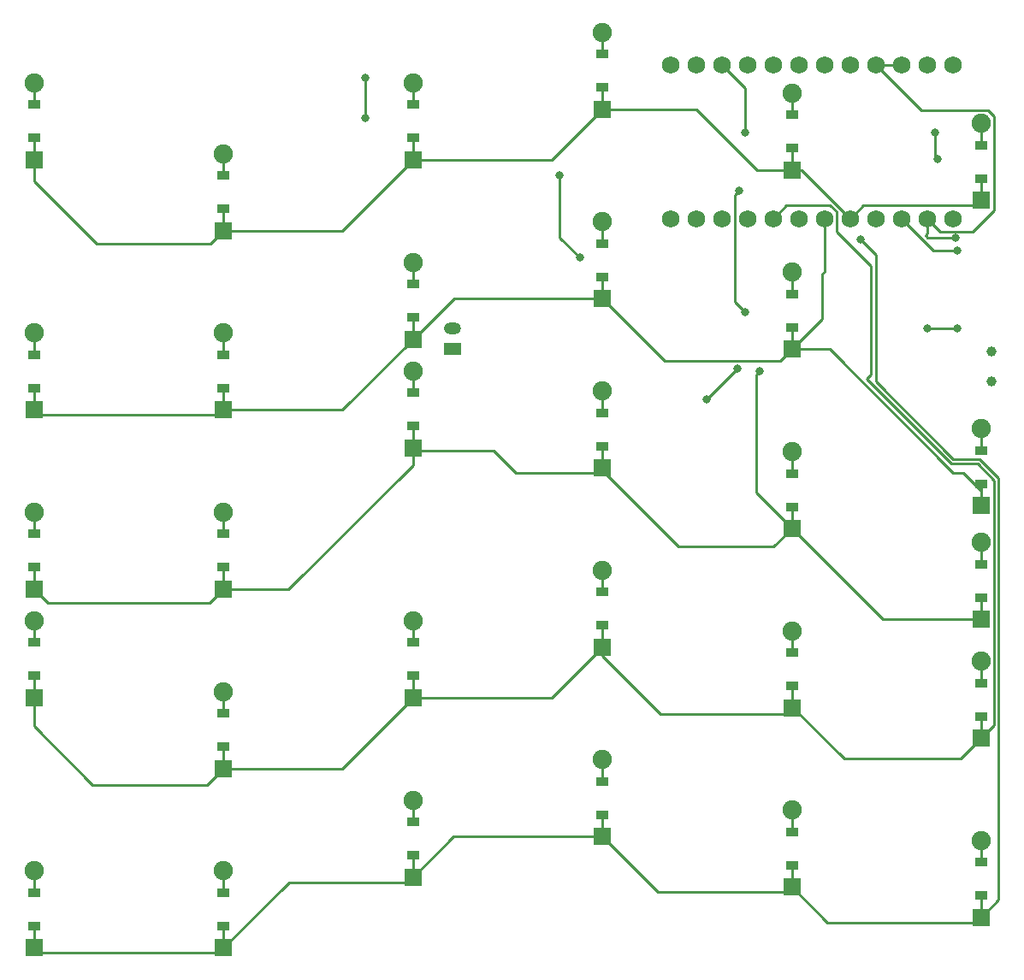
<source format=gbr>
%TF.GenerationSoftware,KiCad,Pcbnew,8.0.7*%
%TF.CreationDate,2025-01-07T16:57:54+01:00*%
%TF.ProjectId,left_finished,6c656674-5f66-4696-9e69-736865642e6b,v1.0.0*%
%TF.SameCoordinates,Original*%
%TF.FileFunction,Copper,L1,Top*%
%TF.FilePolarity,Positive*%
%FSLAX46Y46*%
G04 Gerber Fmt 4.6, Leading zero omitted, Abs format (unit mm)*
G04 Created by KiCad (PCBNEW 8.0.7) date 2025-01-07 16:57:54*
%MOMM*%
%LPD*%
G01*
G04 APERTURE LIST*
%TA.AperFunction,WasherPad*%
%ADD10C,1.000000*%
%TD*%
%TA.AperFunction,ComponentPad*%
%ADD11R,1.778000X1.778000*%
%TD*%
%TA.AperFunction,SMDPad,CuDef*%
%ADD12R,1.200000X0.900000*%
%TD*%
%TA.AperFunction,ComponentPad*%
%ADD13C,1.905000*%
%TD*%
%TA.AperFunction,ComponentPad*%
%ADD14R,1.700000X1.200000*%
%TD*%
%TA.AperFunction,ComponentPad*%
%ADD15O,1.700000X1.200000*%
%TD*%
%TA.AperFunction,ComponentPad*%
%ADD16C,1.752600*%
%TD*%
%TA.AperFunction,ViaPad*%
%ADD17C,0.800000*%
%TD*%
%TA.AperFunction,Conductor*%
%ADD18C,0.250000*%
%TD*%
G04 APERTURE END LIST*
D10*
%TO.P,T1,*%
%TO.N,*%
X202550000Y-98250000D03*
X202550000Y-101250000D03*
%TD*%
D11*
%TO.P,D19,1*%
%TO.N,P029*%
X182800000Y-98060000D03*
D12*
X182800000Y-95900000D03*
%TO.P,D19,2*%
%TO.N,fifth_top*%
X182800000Y-92600000D03*
D13*
X182800000Y-90440000D03*
%TD*%
D11*
%TO.P,D23,1*%
%TO.N,P031*%
X201550000Y-83310000D03*
D12*
X201550000Y-81150000D03*
%TO.P,D23,2*%
%TO.N,sixth_num*%
X201550000Y-77850000D03*
D13*
X201550000Y-75690000D03*
%TD*%
D11*
%TO.P,D20,1*%
%TO.N,P031*%
X182800000Y-80310000D03*
D12*
X182800000Y-78150000D03*
%TO.P,D20,2*%
%TO.N,fifth_num*%
X182800000Y-74850000D03*
D13*
X182800000Y-72690000D03*
%TD*%
D11*
%TO.P,D29,1*%
%TO.N,P113*%
X164050000Y-146310000D03*
D12*
X164050000Y-144150000D03*
%TO.P,D29,2*%
%TO.N,fourth_mod*%
X164050000Y-140850000D03*
D13*
X164050000Y-138690000D03*
%TD*%
D11*
%TO.P,D12,1*%
%TO.N,P031*%
X145300000Y-79310000D03*
D12*
X145300000Y-77150000D03*
%TO.P,D12,2*%
%TO.N,third_num*%
X145300000Y-73850000D03*
D13*
X145300000Y-71690000D03*
%TD*%
D11*
%TO.P,D25,1*%
%TO.N,P002*%
X201550000Y-124810000D03*
D12*
X201550000Y-122650000D03*
%TO.P,D25,2*%
%TO.N,sixth_home*%
X201550000Y-119350000D03*
D13*
X201550000Y-117190000D03*
%TD*%
D11*
%TO.P,D17,1*%
%TO.N,P115*%
X182800000Y-133560000D03*
D12*
X182800000Y-131400000D03*
%TO.P,D17,2*%
%TO.N,fifth_bottom*%
X182800000Y-128100000D03*
D13*
X182800000Y-125940000D03*
%TD*%
D11*
%TO.P,D24,1*%
%TO.N,P029*%
X201550000Y-113560000D03*
D12*
X201550000Y-111400000D03*
%TO.P,D24,2*%
%TO.N,sixth_top*%
X201550000Y-108100000D03*
D13*
X201550000Y-105940000D03*
%TD*%
D11*
%TO.P,D27,1*%
%TO.N,P031*%
X107800000Y-79310000D03*
D12*
X107800000Y-77150000D03*
%TO.P,D27,2*%
%TO.N,first_num*%
X107800000Y-73850000D03*
D13*
X107800000Y-71690000D03*
%TD*%
D11*
%TO.P,D9,1*%
%TO.N,P113*%
X145300000Y-150310000D03*
D12*
X145300000Y-148150000D03*
%TO.P,D9,2*%
%TO.N,third_mod*%
X145300000Y-144850000D03*
D13*
X145300000Y-142690000D03*
%TD*%
D11*
%TO.P,D13,1*%
%TO.N,P115*%
X164050000Y-127560000D03*
D12*
X164050000Y-125400000D03*
%TO.P,D13,2*%
%TO.N,fourth_bottom*%
X164050000Y-122100000D03*
D13*
X164050000Y-119940000D03*
%TD*%
D11*
%TO.P,D14,1*%
%TO.N,P002*%
X164050000Y-109810000D03*
D12*
X164050000Y-107650000D03*
%TO.P,D14,2*%
%TO.N,fourth_home*%
X164050000Y-104350000D03*
D13*
X164050000Y-102190000D03*
%TD*%
D11*
%TO.P,D18,1*%
%TO.N,P002*%
X182800000Y-115810000D03*
D12*
X182800000Y-113650000D03*
%TO.P,D18,2*%
%TO.N,fifth_home*%
X182800000Y-110350000D03*
D13*
X182800000Y-108190000D03*
%TD*%
D11*
%TO.P,D6,1*%
%TO.N,P002*%
X126550000Y-121810000D03*
D12*
X126550000Y-119650000D03*
%TO.P,D6,2*%
%TO.N,second_home*%
X126550000Y-116350000D03*
D13*
X126550000Y-114190000D03*
%TD*%
D11*
%TO.P,D2,1*%
%TO.N,P002*%
X107800000Y-121810000D03*
D12*
X107800000Y-119650000D03*
%TO.P,D2,2*%
%TO.N,first_home*%
X107800000Y-116350000D03*
D13*
X107800000Y-114190000D03*
%TD*%
D11*
%TO.P,D8,1*%
%TO.N,P031*%
X126550000Y-86310000D03*
D12*
X126550000Y-84150000D03*
%TO.P,D8,2*%
%TO.N,second_num*%
X126550000Y-80850000D03*
D13*
X126550000Y-78690000D03*
%TD*%
D11*
%TO.P,D21,1*%
%TO.N,P113*%
X201550000Y-154310000D03*
D12*
X201550000Y-152150000D03*
%TO.P,D21,2*%
%TO.N,sixth_mod*%
X201550000Y-148850000D03*
D13*
X201550000Y-146690000D03*
%TD*%
D11*
%TO.P,D3,1*%
%TO.N,P029*%
X107800000Y-104060000D03*
D12*
X107800000Y-101900000D03*
%TO.P,D3,2*%
%TO.N,first_top*%
X107800000Y-98600000D03*
D13*
X107800000Y-96440000D03*
%TD*%
D11*
%TO.P,D30,1*%
%TO.N,P029*%
X164050000Y-93060000D03*
D12*
X164050000Y-90900000D03*
%TO.P,D30,2*%
%TO.N,fourth_top*%
X164050000Y-87600000D03*
D13*
X164050000Y-85440000D03*
%TD*%
D11*
%TO.P,D10,1*%
%TO.N,P115*%
X145300000Y-132560000D03*
D12*
X145300000Y-130400000D03*
%TO.P,D10,2*%
%TO.N,third_bottom*%
X145300000Y-127100000D03*
D13*
X145300000Y-124940000D03*
%TD*%
D11*
%TO.P,D28,1*%
%TO.N,P002*%
X145300000Y-107810000D03*
D12*
X145300000Y-105650000D03*
%TO.P,D28,2*%
%TO.N,third_home*%
X145300000Y-102350000D03*
D13*
X145300000Y-100190000D03*
%TD*%
D11*
%TO.P,D5,1*%
%TO.N,P115*%
X126550000Y-139560000D03*
D12*
X126550000Y-137400000D03*
%TO.P,D5,2*%
%TO.N,second_bottom*%
X126550000Y-134100000D03*
D13*
X126550000Y-131940000D03*
%TD*%
D11*
%TO.P,D16,1*%
%TO.N,P113*%
X182800000Y-151310000D03*
D12*
X182800000Y-149150000D03*
%TO.P,D16,2*%
%TO.N,fifth_mod*%
X182800000Y-145850000D03*
D13*
X182800000Y-143690000D03*
%TD*%
D14*
%TO.P,JST1,1*%
%TO.N,pos*%
X149250000Y-98000000D03*
D15*
%TO.P,JST1,2*%
%TO.N,GND*%
X149250000Y-96000000D03*
%TD*%
D11*
%TO.P,D7,1*%
%TO.N,P029*%
X126550000Y-104060000D03*
D12*
X126550000Y-101900000D03*
%TO.P,D7,2*%
%TO.N,second_top*%
X126550000Y-98600000D03*
D13*
X126550000Y-96440000D03*
%TD*%
D11*
%TO.P,D11,1*%
%TO.N,P029*%
X145300000Y-97060000D03*
D12*
X145300000Y-94900000D03*
%TO.P,D11,2*%
%TO.N,third_top*%
X145300000Y-91600000D03*
D13*
X145300000Y-89440000D03*
%TD*%
D16*
%TO.P,MCU1,1*%
%TO.N,P006*%
X198720000Y-69880000D03*
%TO.P,MCU1,2*%
%TO.N,P008*%
X196180000Y-69880000D03*
%TO.P,MCU1,3*%
%TO.N,GND*%
X193640000Y-69880000D03*
%TO.P,MCU1,4*%
X191100000Y-69880000D03*
%TO.P,MCU1,5*%
%TO.N,P017*%
X188560000Y-69880000D03*
%TO.P,MCU1,6*%
%TO.N,P020*%
X186020000Y-69880000D03*
%TO.P,MCU1,7*%
%TO.N,P022*%
X183480000Y-69880000D03*
%TO.P,MCU1,8*%
%TO.N,P024*%
X180940000Y-69880000D03*
%TO.P,MCU1,9*%
%TO.N,P100*%
X178400000Y-69880000D03*
%TO.P,MCU1,10*%
%TO.N,P011*%
X175860000Y-69880000D03*
%TO.P,MCU1,11*%
%TO.N,P104*%
X173320000Y-69880000D03*
%TO.P,MCU1,12*%
%TO.N,P106*%
X170780000Y-69880000D03*
%TO.P,MCU1,13*%
%TO.N,P009*%
X170780000Y-85120000D03*
%TO.P,MCU1,14*%
%TO.N,P010*%
X173320000Y-85120000D03*
%TO.P,MCU1,15*%
%TO.N,P111*%
X175860000Y-85120000D03*
%TO.P,MCU1,16*%
%TO.N,P113*%
X178400000Y-85120000D03*
%TO.P,MCU1,17*%
%TO.N,P115*%
X180940000Y-85120000D03*
%TO.P,MCU1,18*%
%TO.N,P002*%
X183480000Y-85120000D03*
%TO.P,MCU1,19*%
%TO.N,P029*%
X186020000Y-85120000D03*
%TO.P,MCU1,20*%
%TO.N,P031*%
X188560000Y-85120000D03*
%TO.P,MCU1,21*%
%TO.N,VCC*%
X191100000Y-85120000D03*
%TO.P,MCU1,22*%
%TO.N,RST*%
X193640000Y-85120000D03*
%TO.P,MCU1,23*%
%TO.N,GND*%
X196180000Y-85120000D03*
%TO.P,MCU1,24*%
%TO.N,RAW*%
X198720000Y-85120000D03*
%TD*%
D11*
%TO.P,D26,1*%
%TO.N,P115*%
X107800000Y-132560000D03*
D12*
X107800000Y-130400000D03*
%TO.P,D26,2*%
%TO.N,first_bottom*%
X107800000Y-127100000D03*
D13*
X107800000Y-124940000D03*
%TD*%
D11*
%TO.P,D4,1*%
%TO.N,P113*%
X126550000Y-157310000D03*
D12*
X126550000Y-155150000D03*
%TO.P,D4,2*%
%TO.N,second_mod*%
X126550000Y-151850000D03*
D13*
X126550000Y-149690000D03*
%TD*%
D11*
%TO.P,D15,1*%
%TO.N,P031*%
X164050000Y-74310000D03*
D12*
X164050000Y-72150000D03*
%TO.P,D15,2*%
%TO.N,fourth_num*%
X164050000Y-68850000D03*
D13*
X164050000Y-66690000D03*
%TD*%
D11*
%TO.P,D1,1*%
%TO.N,P113*%
X107800000Y-157310000D03*
D12*
X107800000Y-155150000D03*
%TO.P,D1,2*%
%TO.N,first_mod*%
X107800000Y-151850000D03*
D13*
X107800000Y-149690000D03*
%TD*%
D11*
%TO.P,D22,1*%
%TO.N,P115*%
X201550000Y-136560000D03*
D12*
X201550000Y-134400000D03*
%TO.P,D22,2*%
%TO.N,sixth_bottom*%
X201550000Y-131100000D03*
D13*
X201550000Y-128940000D03*
%TD*%
D17*
%TO.N,P024*%
X140600000Y-75200000D03*
X140600000Y-71200000D03*
%TO.N,P100*%
X159800000Y-80800000D03*
X161800000Y-89000000D03*
%TO.N,P011*%
X177400000Y-100000000D03*
X178200000Y-94400000D03*
X178200000Y-76600000D03*
X177600000Y-82400000D03*
X174400000Y-103000000D03*
%TO.N,P017*%
X197200000Y-79200000D03*
X197000000Y-76600000D03*
%TO.N,P113*%
X189600000Y-87200000D03*
%TO.N,P002*%
X179600000Y-100200000D03*
%TO.N,GND*%
X199000000Y-87000000D03*
%TO.N,RST*%
X199200000Y-88325000D03*
%TO.N,pos*%
X196200000Y-96000000D03*
X199200000Y-96000000D03*
%TD*%
D18*
%TO.N,first_mod*%
X107800000Y-149690000D02*
X107800000Y-151850000D01*
%TO.N,first_bottom*%
X107800000Y-124940000D02*
X107800000Y-127100000D01*
%TO.N,first_home*%
X107800000Y-114190000D02*
X107800000Y-116350000D01*
%TO.N,first_top*%
X107800000Y-96440000D02*
X107800000Y-98600000D01*
%TO.N,first_num*%
X107800000Y-71690000D02*
X107800000Y-73850000D01*
%TO.N,second_mod*%
X126550000Y-151850000D02*
X126550000Y-149690000D01*
%TO.N,second_bottom*%
X126550000Y-131940000D02*
X126550000Y-134100000D01*
%TO.N,second_home*%
X126550000Y-114190000D02*
X126550000Y-116350000D01*
%TO.N,second_top*%
X126550000Y-96440000D02*
X126550000Y-98600000D01*
%TO.N,second_num*%
X126550000Y-78690000D02*
X126550000Y-80850000D01*
%TO.N,P024*%
X140600000Y-75200000D02*
X140600000Y-71200000D01*
%TO.N,third_mod*%
X145300000Y-142690000D02*
X145300000Y-144850000D01*
%TO.N,third_bottom*%
X145300000Y-124940000D02*
X145300000Y-127100000D01*
%TO.N,third_home*%
X145300000Y-100190000D02*
X145300000Y-102350000D01*
%TO.N,third_top*%
X145300000Y-89440000D02*
X145300000Y-91600000D01*
%TO.N,third_num*%
X145300000Y-71690000D02*
X145300000Y-73850000D01*
%TO.N,P100*%
X159800000Y-87000000D02*
X159800000Y-80800000D01*
X161800000Y-89000000D02*
X159800000Y-87000000D01*
%TO.N,fourth_mod*%
X164050000Y-138690000D02*
X164050000Y-140850000D01*
%TO.N,fourth_bottom*%
X164050000Y-119940000D02*
X164050000Y-122100000D01*
%TO.N,fourth_home*%
X164050000Y-102190000D02*
X164050000Y-104350000D01*
%TO.N,fourth_top*%
X164050000Y-85440000D02*
X164050000Y-87600000D01*
%TO.N,fourth_num*%
X164050000Y-66690000D02*
X164050000Y-68850000D01*
%TO.N,P011*%
X177198700Y-93398700D02*
X177198700Y-82801300D01*
X178200000Y-72220000D02*
X175860000Y-69880000D01*
X177198700Y-82801300D02*
X177600000Y-82400000D01*
X178200000Y-94400000D02*
X177198700Y-93398700D01*
X178200000Y-76600000D02*
X178200000Y-72220000D01*
X174400000Y-103000000D02*
X177400000Y-100000000D01*
%TO.N,fifth_mod*%
X182800000Y-143690000D02*
X182800000Y-145850000D01*
%TO.N,fifth_bottom*%
X182800000Y-125940000D02*
X182800000Y-128100000D01*
%TO.N,fifth_home*%
X182800000Y-108190000D02*
X182800000Y-110350000D01*
%TO.N,fifth_top*%
X182800000Y-90440000D02*
X182800000Y-92600000D01*
%TO.N,fifth_num*%
X182800000Y-72690000D02*
X182800000Y-74850000D01*
%TO.N,P017*%
X197000000Y-79000000D02*
X197200000Y-79200000D01*
X197000000Y-76600000D02*
X197000000Y-79000000D01*
%TO.N,sixth_mod*%
X201550000Y-146690000D02*
X201550000Y-148850000D01*
%TO.N,sixth_bottom*%
X201550000Y-128940000D02*
X201550000Y-131100000D01*
%TO.N,sixth_home*%
X201550000Y-119350000D02*
X201550000Y-117190000D01*
%TO.N,sixth_top*%
X201550000Y-108100000D02*
X201550000Y-105940000D01*
%TO.N,sixth_num*%
X201550000Y-75690000D02*
X201550000Y-77850000D01*
%TO.N,P113*%
X144785000Y-150825000D02*
X133035000Y-150825000D01*
X201035000Y-154825000D02*
X186315000Y-154825000D01*
X191118198Y-101281802D02*
X191118198Y-88718198D01*
X191118198Y-88718198D02*
X189600000Y-87200000D01*
X108315000Y-157825000D02*
X107800000Y-157310000D01*
X203277500Y-110841104D02*
X201386396Y-108950000D01*
X164050000Y-146310000D02*
X149300000Y-146310000D01*
X201386396Y-108950000D02*
X198786396Y-108950000D01*
X145300000Y-150310000D02*
X145300000Y-148150000D01*
X201550000Y-154310000D02*
X201550000Y-152150000D01*
X182800000Y-151310000D02*
X182285000Y-151825000D01*
X203277500Y-152582500D02*
X203277500Y-110841104D01*
X133035000Y-150825000D02*
X126550000Y-157310000D01*
X201550000Y-154310000D02*
X203277500Y-152582500D01*
X126550000Y-157310000D02*
X126550000Y-155150000D01*
X198786396Y-108950000D02*
X191118198Y-101281802D01*
X164050000Y-146310000D02*
X164050000Y-144150000D01*
X182285000Y-151825000D02*
X169565000Y-151825000D01*
X126550000Y-157310000D02*
X126035000Y-157825000D01*
X126035000Y-157825000D02*
X108315000Y-157825000D01*
X201550000Y-154310000D02*
X201035000Y-154825000D01*
X186315000Y-154825000D02*
X182800000Y-151310000D01*
X169565000Y-151825000D02*
X164050000Y-146310000D01*
X107800000Y-157310000D02*
X107800000Y-155150000D01*
X149300000Y-146310000D02*
X145300000Y-150310000D01*
X182800000Y-151310000D02*
X182800000Y-149150000D01*
X145300000Y-150310000D02*
X144785000Y-150825000D01*
%TO.N,P002*%
X126550000Y-121810000D02*
X126550000Y-119650000D01*
X153273350Y-108125000D02*
X155473350Y-110325000D01*
X179274100Y-100525900D02*
X179600000Y-100200000D01*
X164050000Y-110050000D02*
X171600000Y-117600000D01*
X107800000Y-121810000D02*
X107800000Y-119650000D01*
X125160000Y-123200000D02*
X126550000Y-121810000D01*
X182800000Y-115810000D02*
X191800000Y-124810000D01*
X155473350Y-110325000D02*
X163535000Y-110325000D01*
X126550000Y-121810000D02*
X132990000Y-121810000D01*
X109190000Y-123200000D02*
X125160000Y-123200000D01*
X163535000Y-110325000D02*
X164050000Y-109810000D01*
X145615000Y-108125000D02*
X153273350Y-108125000D01*
X132990000Y-121810000D02*
X145300000Y-109500000D01*
X107800000Y-121810000D02*
X109190000Y-123200000D01*
X201550000Y-124810000D02*
X201550000Y-122650000D01*
X145300000Y-107810000D02*
X145615000Y-108125000D01*
X164050000Y-109810000D02*
X164050000Y-110050000D01*
X182800000Y-115810000D02*
X182800000Y-113650000D01*
X191800000Y-124810000D02*
X201550000Y-124810000D01*
X182800000Y-115810000D02*
X179274100Y-112284100D01*
X145300000Y-109500000D02*
X145300000Y-107810000D01*
X145300000Y-107810000D02*
X145300000Y-105650000D01*
X171600000Y-117600000D02*
X181010000Y-117600000D01*
X164050000Y-109810000D02*
X164050000Y-107650000D01*
X181010000Y-117600000D02*
X182800000Y-115810000D01*
X179274100Y-112284100D02*
X179274100Y-100525900D01*
%TO.N,P029*%
X108315000Y-104575000D02*
X126035000Y-104575000D01*
X201550000Y-112066316D02*
X201550000Y-113560000D01*
X186528116Y-98060000D02*
X198742216Y-110274100D01*
X164050000Y-93060000D02*
X170190000Y-99200000D01*
X126035000Y-104575000D02*
X126550000Y-104060000D01*
X145300000Y-97060000D02*
X149360000Y-93000000D01*
X182800000Y-98060000D02*
X182800000Y-95900000D01*
X138300000Y-104060000D02*
X145300000Y-97060000D01*
X199757784Y-110274100D02*
X201550000Y-112066316D01*
X107800000Y-104060000D02*
X107800000Y-101900000D01*
X170190000Y-99200000D02*
X181660000Y-99200000D01*
X149360000Y-93000000D02*
X152600000Y-93000000D01*
X145300000Y-97060000D02*
X145300000Y-94900000D01*
X152600000Y-93000000D02*
X152660000Y-93060000D01*
X126550000Y-104060000D02*
X138300000Y-104060000D01*
X181660000Y-99200000D02*
X182800000Y-98060000D01*
X186020000Y-90380000D02*
X186020000Y-85120000D01*
X185800000Y-90600000D02*
X186020000Y-90380000D01*
X152660000Y-93060000D02*
X164050000Y-93060000D01*
X182800000Y-98060000D02*
X185800000Y-95060000D01*
X201550000Y-113560000D02*
X201550000Y-111400000D01*
X164050000Y-93060000D02*
X164050000Y-90900000D01*
X126550000Y-104060000D02*
X126550000Y-101900000D01*
X185800000Y-95060000D02*
X185800000Y-90600000D01*
X198742216Y-110274100D02*
X199757784Y-110274100D01*
X107800000Y-104060000D02*
X108315000Y-104575000D01*
X182800000Y-98060000D02*
X186528116Y-98060000D01*
%TO.N,P115*%
X159050000Y-132560000D02*
X164050000Y-127560000D01*
X199510000Y-138600000D02*
X201550000Y-136560000D01*
X182960000Y-133560000D02*
X188000000Y-138600000D01*
X190625000Y-89825000D02*
X187221300Y-86421300D01*
X201200000Y-109400000D02*
X198600000Y-109400000D01*
X186600000Y-83800000D02*
X182260000Y-83800000D01*
X138300000Y-139560000D02*
X145300000Y-132560000D01*
X126550000Y-139560000D02*
X138300000Y-139560000D01*
X187221300Y-84421300D02*
X186600000Y-83800000D01*
X169800000Y-134200000D02*
X182160000Y-134200000D01*
X190625000Y-100575000D02*
X190625000Y-89825000D01*
X145300000Y-132560000D02*
X159050000Y-132560000D01*
X164050000Y-127560000D02*
X164050000Y-125400000D01*
X182800000Y-133560000D02*
X182800000Y-131400000D01*
X113600000Y-141200000D02*
X124910000Y-141200000D01*
X126550000Y-139560000D02*
X126550000Y-137400000D01*
X145300000Y-132560000D02*
X145300000Y-130400000D01*
X182160000Y-134200000D02*
X182800000Y-133560000D01*
X182800000Y-133560000D02*
X182960000Y-133560000D01*
X190200000Y-101000000D02*
X190625000Y-100575000D01*
X187221300Y-86421300D02*
X187221300Y-84421300D01*
X107800000Y-135400000D02*
X113600000Y-141200000D01*
X198600000Y-109400000D02*
X190200000Y-101000000D01*
X202827500Y-111027500D02*
X201200000Y-109400000D01*
X202827500Y-135282500D02*
X202827500Y-111027500D01*
X201550000Y-136560000D02*
X202827500Y-135282500D01*
X124910000Y-141200000D02*
X126550000Y-139560000D01*
X188000000Y-138600000D02*
X199510000Y-138600000D01*
X201550000Y-136560000D02*
X201550000Y-134400000D01*
X107800000Y-132560000D02*
X107800000Y-130400000D01*
X164050000Y-127560000D02*
X164050000Y-128450000D01*
X107800000Y-132560000D02*
X107800000Y-135400000D01*
X182260000Y-83800000D02*
X180940000Y-85120000D01*
X164050000Y-128450000D02*
X169800000Y-134200000D01*
%TO.N,P031*%
X107800000Y-79310000D02*
X107800000Y-77150000D01*
X173355001Y-74310000D02*
X179355001Y-80310000D01*
X201550000Y-83310000D02*
X201550000Y-81150000D01*
X107800000Y-81400000D02*
X114000000Y-87600000D01*
X159050000Y-79310000D02*
X164050000Y-74310000D01*
X164050000Y-74310000D02*
X173355001Y-74310000D01*
X189880000Y-83800000D02*
X192948350Y-83800000D01*
X145300000Y-79310000D02*
X145300000Y-77150000D01*
X188560000Y-85120000D02*
X189880000Y-83800000D01*
X107800000Y-79310000D02*
X107800000Y-81400000D01*
X126550000Y-86310000D02*
X138300000Y-86310000D01*
X182800000Y-80310000D02*
X182800000Y-78150000D01*
X164050000Y-74310000D02*
X164050000Y-72150000D01*
X192948350Y-83800000D02*
X192973350Y-83825000D01*
X192973350Y-83825000D02*
X201035000Y-83825000D01*
X183750000Y-80310000D02*
X188560000Y-85120000D01*
X138300000Y-86310000D02*
X145300000Y-79310000D01*
X125260000Y-87600000D02*
X126550000Y-86310000D01*
X201035000Y-83825000D02*
X201550000Y-83310000D01*
X145300000Y-79310000D02*
X159050000Y-79310000D01*
X114000000Y-87600000D02*
X125260000Y-87600000D01*
X182800000Y-80310000D02*
X183750000Y-80310000D01*
X179355001Y-80310000D02*
X182800000Y-80310000D01*
X126550000Y-86310000D02*
X126550000Y-84150000D01*
%TO.N,GND*%
X196000000Y-86800000D02*
X196180000Y-86620000D01*
X202212500Y-74412500D02*
X202827500Y-75027500D01*
X196200000Y-87000000D02*
X196000000Y-86800000D01*
X197460000Y-86400000D02*
X196180000Y-85120000D01*
X200697620Y-86400000D02*
X197460000Y-86400000D01*
X202827500Y-75027500D02*
X202827500Y-84270120D01*
X202827500Y-84270120D02*
X200697620Y-86400000D01*
X193640000Y-69880000D02*
X191100000Y-69880000D01*
X191100000Y-69880000D02*
X195632500Y-74412500D01*
X196180000Y-86620000D02*
X196180000Y-85120000D01*
X195632500Y-74412500D02*
X202212500Y-74412500D01*
X199000000Y-87000000D02*
X196200000Y-87000000D01*
%TO.N,RST*%
X196845000Y-88325000D02*
X193640000Y-85120000D01*
X199200000Y-88325000D02*
X196845000Y-88325000D01*
%TO.N,pos*%
X196200000Y-96000000D02*
X199200000Y-96000000D01*
%TD*%
M02*

</source>
